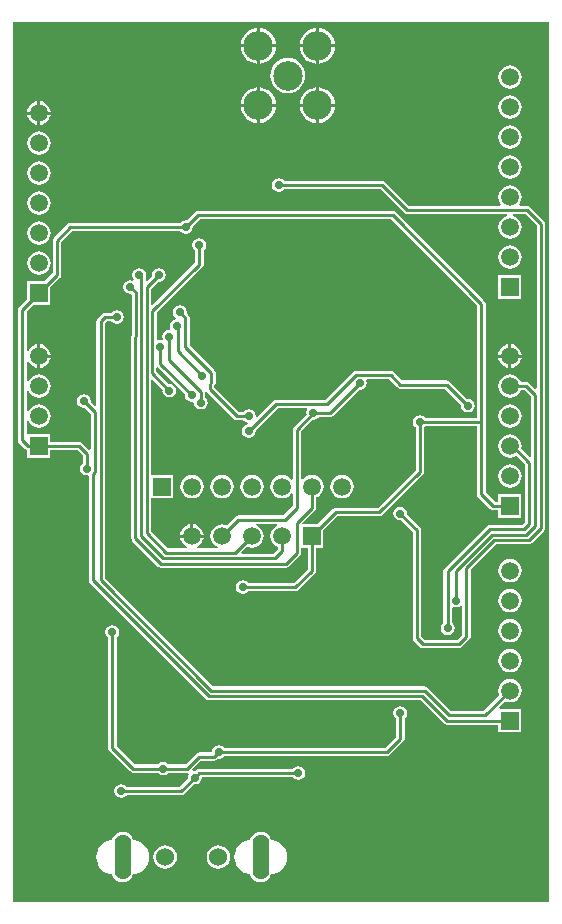
<source format=gbl>
G04*
G04 #@! TF.GenerationSoftware,Altium Limited,Altium Designer,18.0.9 (584)*
G04*
G04 Layer_Physical_Order=2*
G04 Layer_Color=16711680*
%FSLAX25Y25*%
%MOIN*%
G70*
G01*
G75*
%ADD58C,0.00945*%
%ADD60C,0.09843*%
%ADD61C,0.05906*%
%ADD62R,0.05906X0.05906*%
%ADD63C,0.06000*%
%ADD64O,0.05512X0.14961*%
%ADD65R,0.05906X0.05906*%
%ADD66C,0.02756*%
G36*
X280493Y102007D02*
X102007D01*
Y395493D01*
X280493D01*
Y102007D01*
D02*
G37*
%LPC*%
G36*
X184158Y393243D02*
Y387842D01*
X189558D01*
X189493Y388503D01*
X189155Y389619D01*
X188605Y390648D01*
X187865Y391550D01*
X186963Y392290D01*
X185934Y392840D01*
X184818Y393178D01*
X184158Y393243D01*
D02*
G37*
G36*
X203842D02*
Y387842D01*
X209243D01*
X209178Y388503D01*
X208840Y389619D01*
X208290Y390648D01*
X207550Y391550D01*
X206648Y392290D01*
X205620Y392840D01*
X204503Y393178D01*
X203842Y393243D01*
D02*
G37*
G36*
X183158D02*
X182497Y393178D01*
X181380Y392840D01*
X180352Y392290D01*
X179450Y391550D01*
X178710Y390648D01*
X178161Y389619D01*
X177822Y388503D01*
X177757Y387842D01*
X183158D01*
Y393243D01*
D02*
G37*
G36*
X202842D02*
X202182Y393178D01*
X201066Y392840D01*
X200037Y392290D01*
X199135Y391550D01*
X198395Y390648D01*
X197845Y389619D01*
X197507Y388503D01*
X197442Y387842D01*
X202842D01*
Y393243D01*
D02*
G37*
G36*
X209243Y386842D02*
X203842D01*
Y381442D01*
X204503Y381507D01*
X205620Y381845D01*
X206648Y382395D01*
X207550Y383135D01*
X208290Y384037D01*
X208840Y385066D01*
X209178Y386182D01*
X209243Y386842D01*
D02*
G37*
G36*
X189558D02*
X184158D01*
Y381442D01*
X184818Y381507D01*
X185934Y381845D01*
X186963Y382395D01*
X187865Y383135D01*
X188605Y384037D01*
X189155Y385066D01*
X189493Y386182D01*
X189558Y386842D01*
D02*
G37*
G36*
X202842D02*
X197442D01*
X197507Y386182D01*
X197845Y385066D01*
X198395Y384037D01*
X199135Y383135D01*
X200037Y382395D01*
X201066Y381845D01*
X202182Y381507D01*
X202842Y381442D01*
Y386842D01*
D02*
G37*
G36*
X183158D02*
X177757D01*
X177822Y386182D01*
X178161Y385066D01*
X178710Y384037D01*
X179450Y383135D01*
X180352Y382395D01*
X181380Y381845D01*
X182497Y381507D01*
X183158Y381442D01*
Y386842D01*
D02*
G37*
G36*
X267500Y380892D02*
X266493Y380759D01*
X265554Y380370D01*
X264748Y379752D01*
X264130Y378946D01*
X263741Y378007D01*
X263608Y377000D01*
X263741Y375993D01*
X264130Y375054D01*
X264748Y374248D01*
X265554Y373630D01*
X266493Y373241D01*
X267500Y373108D01*
X268507Y373241D01*
X269446Y373630D01*
X270252Y374248D01*
X270870Y375054D01*
X271259Y375993D01*
X271392Y377000D01*
X271259Y378007D01*
X270870Y378946D01*
X270252Y379752D01*
X269446Y380370D01*
X268507Y380759D01*
X267500Y380892D01*
D02*
G37*
G36*
X193500Y383355D02*
X192358Y383243D01*
X191259Y382909D01*
X190247Y382368D01*
X189360Y381640D01*
X188632Y380753D01*
X188091Y379741D01*
X187758Y378642D01*
X187645Y377500D01*
X187758Y376358D01*
X188091Y375259D01*
X188632Y374247D01*
X189360Y373360D01*
X190247Y372632D01*
X191259Y372091D01*
X192358Y371758D01*
X193500Y371645D01*
X194642Y371758D01*
X195741Y372091D01*
X196753Y372632D01*
X197640Y373360D01*
X198368Y374247D01*
X198909Y375259D01*
X199242Y376358D01*
X199355Y377500D01*
X199242Y378642D01*
X198909Y379741D01*
X198368Y380753D01*
X197640Y381640D01*
X196753Y382368D01*
X195741Y382909D01*
X194642Y383243D01*
X193500Y383355D01*
D02*
G37*
G36*
X184158Y373558D02*
Y368158D01*
X189558D01*
X189493Y368818D01*
X189155Y369934D01*
X188605Y370963D01*
X187865Y371865D01*
X186963Y372605D01*
X185934Y373154D01*
X184818Y373493D01*
X184158Y373558D01*
D02*
G37*
G36*
X203842D02*
Y368158D01*
X209243D01*
X209178Y368818D01*
X208840Y369934D01*
X208290Y370963D01*
X207550Y371865D01*
X206648Y372605D01*
X205620Y373154D01*
X204503Y373493D01*
X203842Y373558D01*
D02*
G37*
G36*
X183158D02*
X182497Y373493D01*
X181380Y373154D01*
X180352Y372605D01*
X179450Y371865D01*
X178710Y370963D01*
X178161Y369934D01*
X177822Y368818D01*
X177757Y368158D01*
X183158D01*
Y373558D01*
D02*
G37*
G36*
X202842D02*
X202182Y373493D01*
X201066Y373154D01*
X200037Y372605D01*
X199135Y371865D01*
X198395Y370963D01*
X197845Y369934D01*
X197507Y368818D01*
X197442Y368158D01*
X202842D01*
Y373558D01*
D02*
G37*
G36*
X111000Y368921D02*
Y365500D01*
X114421D01*
X114351Y366032D01*
X113953Y366993D01*
X113319Y367819D01*
X112493Y368453D01*
X111532Y368851D01*
X111000Y368921D01*
D02*
G37*
G36*
X110000D02*
X109468Y368851D01*
X108507Y368453D01*
X107681Y367819D01*
X107047Y366993D01*
X106649Y366032D01*
X106579Y365500D01*
X110000D01*
Y368921D01*
D02*
G37*
G36*
X267500Y370892D02*
X266493Y370759D01*
X265554Y370370D01*
X264748Y369752D01*
X264130Y368946D01*
X263741Y368007D01*
X263608Y367000D01*
X263741Y365993D01*
X264130Y365054D01*
X264748Y364248D01*
X265554Y363630D01*
X266493Y363241D01*
X267500Y363108D01*
X268507Y363241D01*
X269446Y363630D01*
X270252Y364248D01*
X270870Y365054D01*
X271259Y365993D01*
X271392Y367000D01*
X271259Y368007D01*
X270870Y368946D01*
X270252Y369752D01*
X269446Y370370D01*
X268507Y370759D01*
X267500Y370892D01*
D02*
G37*
G36*
X209243Y367158D02*
X203842D01*
Y361757D01*
X204503Y361822D01*
X205620Y362160D01*
X206648Y362710D01*
X207550Y363450D01*
X208290Y364352D01*
X208840Y365381D01*
X209178Y366497D01*
X209243Y367158D01*
D02*
G37*
G36*
X189558D02*
X184158D01*
Y361757D01*
X184818Y361822D01*
X185934Y362160D01*
X186963Y362710D01*
X187865Y363450D01*
X188605Y364352D01*
X189155Y365381D01*
X189493Y366497D01*
X189558Y367158D01*
D02*
G37*
G36*
X202842D02*
X197442D01*
X197507Y366497D01*
X197845Y365381D01*
X198395Y364352D01*
X199135Y363450D01*
X200037Y362710D01*
X201066Y362160D01*
X202182Y361822D01*
X202842Y361757D01*
Y367158D01*
D02*
G37*
G36*
X183158D02*
X177757D01*
X177822Y366497D01*
X178161Y365381D01*
X178710Y364352D01*
X179450Y363450D01*
X180352Y362710D01*
X181380Y362160D01*
X182497Y361822D01*
X183158Y361757D01*
Y367158D01*
D02*
G37*
G36*
X114421Y364500D02*
X111000D01*
Y361079D01*
X111532Y361149D01*
X112493Y361547D01*
X113319Y362181D01*
X113953Y363007D01*
X114351Y363968D01*
X114421Y364500D01*
D02*
G37*
G36*
X110000D02*
X106579D01*
X106649Y363968D01*
X107047Y363007D01*
X107681Y362181D01*
X108507Y361547D01*
X109468Y361149D01*
X110000Y361079D01*
Y364500D01*
D02*
G37*
G36*
X267500Y360892D02*
X266493Y360759D01*
X265554Y360370D01*
X264748Y359752D01*
X264130Y358946D01*
X263741Y358007D01*
X263608Y357000D01*
X263741Y355993D01*
X264130Y355054D01*
X264748Y354248D01*
X265554Y353630D01*
X266493Y353241D01*
X267500Y353108D01*
X268507Y353241D01*
X269446Y353630D01*
X270252Y354248D01*
X270870Y355054D01*
X271259Y355993D01*
X271392Y357000D01*
X271259Y358007D01*
X270870Y358946D01*
X270252Y359752D01*
X269446Y360370D01*
X268507Y360759D01*
X267500Y360892D01*
D02*
G37*
G36*
X110500Y358892D02*
X109493Y358759D01*
X108554Y358370D01*
X107748Y357752D01*
X107130Y356946D01*
X106741Y356007D01*
X106608Y355000D01*
X106741Y353993D01*
X107130Y353054D01*
X107748Y352248D01*
X108554Y351630D01*
X109493Y351241D01*
X110500Y351108D01*
X111507Y351241D01*
X112446Y351630D01*
X113252Y352248D01*
X113870Y353054D01*
X114259Y353993D01*
X114392Y355000D01*
X114259Y356007D01*
X113870Y356946D01*
X113252Y357752D01*
X112446Y358370D01*
X111507Y358759D01*
X110500Y358892D01*
D02*
G37*
G36*
X267500Y350892D02*
X266493Y350759D01*
X265554Y350370D01*
X264748Y349752D01*
X264130Y348946D01*
X263741Y348007D01*
X263608Y347000D01*
X263741Y345993D01*
X264130Y345054D01*
X264748Y344248D01*
X265554Y343630D01*
X266493Y343241D01*
X267500Y343108D01*
X268507Y343241D01*
X269446Y343630D01*
X270252Y344248D01*
X270870Y345054D01*
X271259Y345993D01*
X271392Y347000D01*
X271259Y348007D01*
X270870Y348946D01*
X270252Y349752D01*
X269446Y350370D01*
X268507Y350759D01*
X267500Y350892D01*
D02*
G37*
G36*
X110500Y348892D02*
X109493Y348759D01*
X108554Y348370D01*
X107748Y347752D01*
X107130Y346946D01*
X106741Y346007D01*
X106608Y345000D01*
X106741Y343993D01*
X107130Y343054D01*
X107748Y342248D01*
X108554Y341630D01*
X109493Y341241D01*
X110500Y341108D01*
X111507Y341241D01*
X112446Y341630D01*
X113252Y342248D01*
X113870Y343054D01*
X114259Y343993D01*
X114392Y345000D01*
X114259Y346007D01*
X113870Y346946D01*
X113252Y347752D01*
X112446Y348370D01*
X111507Y348759D01*
X110500Y348892D01*
D02*
G37*
G36*
Y338892D02*
X109493Y338759D01*
X108554Y338370D01*
X107748Y337752D01*
X107130Y336946D01*
X106741Y336007D01*
X106608Y335000D01*
X106741Y333993D01*
X107130Y333054D01*
X107748Y332248D01*
X108554Y331630D01*
X109493Y331241D01*
X110500Y331108D01*
X111507Y331241D01*
X112446Y331630D01*
X113252Y332248D01*
X113870Y333054D01*
X114259Y333993D01*
X114392Y335000D01*
X114259Y336007D01*
X113870Y336946D01*
X113252Y337752D01*
X112446Y338370D01*
X111507Y338759D01*
X110500Y338892D01*
D02*
G37*
G36*
Y328892D02*
X109493Y328759D01*
X108554Y328370D01*
X107748Y327752D01*
X107130Y326946D01*
X106741Y326007D01*
X106608Y325000D01*
X106741Y323993D01*
X107130Y323054D01*
X107748Y322248D01*
X108554Y321630D01*
X109493Y321241D01*
X110500Y321108D01*
X111507Y321241D01*
X112446Y321630D01*
X113252Y322248D01*
X113870Y323054D01*
X114259Y323993D01*
X114392Y325000D01*
X114259Y326007D01*
X113870Y326946D01*
X113252Y327752D01*
X112446Y328370D01*
X111507Y328759D01*
X110500Y328892D01*
D02*
G37*
G36*
X267500Y320892D02*
X266493Y320759D01*
X265554Y320370D01*
X264748Y319752D01*
X264130Y318946D01*
X263741Y318007D01*
X263608Y317000D01*
X263741Y315993D01*
X264130Y315054D01*
X264748Y314248D01*
X265554Y313630D01*
X266493Y313241D01*
X267500Y313108D01*
X268507Y313241D01*
X269446Y313630D01*
X270252Y314248D01*
X270870Y315054D01*
X271259Y315993D01*
X271392Y317000D01*
X271259Y318007D01*
X270870Y318946D01*
X270252Y319752D01*
X269446Y320370D01*
X268507Y320759D01*
X267500Y320892D01*
D02*
G37*
G36*
X110500Y318892D02*
X109493Y318759D01*
X108554Y318370D01*
X107748Y317752D01*
X107130Y316946D01*
X106741Y316007D01*
X106608Y315000D01*
X106741Y313993D01*
X107130Y313054D01*
X107748Y312248D01*
X108554Y311630D01*
X109493Y311241D01*
X110500Y311108D01*
X111507Y311241D01*
X112446Y311630D01*
X113252Y312248D01*
X113870Y313054D01*
X114259Y313993D01*
X114392Y315000D01*
X114259Y316007D01*
X113870Y316946D01*
X113252Y317752D01*
X112446Y318370D01*
X111507Y318759D01*
X110500Y318892D01*
D02*
G37*
G36*
X271358Y310858D02*
X263642D01*
Y303142D01*
X271358D01*
Y310858D01*
D02*
G37*
G36*
X268000Y287921D02*
Y284500D01*
X271421D01*
X271351Y285032D01*
X270953Y285993D01*
X270319Y286819D01*
X269493Y287453D01*
X268532Y287851D01*
X268000Y287921D01*
D02*
G37*
G36*
X111000D02*
Y284500D01*
X114421D01*
X114351Y285032D01*
X113953Y285993D01*
X113319Y286819D01*
X112493Y287453D01*
X111532Y287851D01*
X111000Y287921D01*
D02*
G37*
G36*
X267000D02*
X266468Y287851D01*
X265507Y287453D01*
X264681Y286819D01*
X264047Y285993D01*
X263649Y285032D01*
X263579Y284500D01*
X267000D01*
Y287921D01*
D02*
G37*
G36*
X271421Y283500D02*
X268000D01*
Y280079D01*
X268532Y280149D01*
X269493Y280547D01*
X270319Y281181D01*
X270953Y282007D01*
X271351Y282968D01*
X271421Y283500D01*
D02*
G37*
G36*
X114421D02*
X111000D01*
Y280079D01*
X111532Y280149D01*
X112493Y280547D01*
X113319Y281181D01*
X113953Y282007D01*
X114351Y282968D01*
X114421Y283500D01*
D02*
G37*
G36*
X267000D02*
X263579D01*
X263649Y282968D01*
X264047Y282007D01*
X264681Y281181D01*
X265507Y280547D01*
X266468Y280149D01*
X267000Y280079D01*
Y283500D01*
D02*
G37*
G36*
X190500Y343328D02*
X189609Y343151D01*
X188854Y342646D01*
X188349Y341891D01*
X188172Y341000D01*
X188349Y340109D01*
X188854Y339354D01*
X189609Y338849D01*
X190500Y338672D01*
X191391Y338849D01*
X192146Y339354D01*
X192307Y339595D01*
X224418D01*
X232337Y331676D01*
X232793Y331371D01*
X233331Y331264D01*
X266501D01*
X266534Y330764D01*
X266493Y330759D01*
X265554Y330370D01*
X264748Y329752D01*
X264130Y328946D01*
X263741Y328007D01*
X263608Y327000D01*
X263741Y325993D01*
X264130Y325054D01*
X264748Y324248D01*
X265554Y323630D01*
X266493Y323241D01*
X267500Y323108D01*
X268507Y323241D01*
X269446Y323630D01*
X270252Y324248D01*
X270870Y325054D01*
X271259Y325993D01*
X271392Y327000D01*
X271259Y328007D01*
X270870Y328946D01*
X270252Y329752D01*
X269446Y330370D01*
X268507Y330759D01*
X268466Y330764D01*
X268499Y331264D01*
X272749D01*
X276445Y327568D01*
Y273195D01*
X275984Y273003D01*
X273993Y274993D01*
X273538Y275298D01*
X273000Y275405D01*
X271094D01*
X270870Y275946D01*
X270252Y276752D01*
X269446Y277370D01*
X268507Y277759D01*
X267500Y277892D01*
X266493Y277759D01*
X265554Y277370D01*
X264748Y276752D01*
X264130Y275946D01*
X263741Y275007D01*
X263608Y274000D01*
X263741Y272993D01*
X264130Y272054D01*
X264748Y271248D01*
X265554Y270630D01*
X266493Y270241D01*
X267500Y270108D01*
X268507Y270241D01*
X269446Y270630D01*
X270252Y271248D01*
X270870Y272054D01*
X271094Y272595D01*
X272418D01*
X274595Y270418D01*
Y250545D01*
X274133Y250354D01*
X271286Y253201D01*
X271392Y254000D01*
X271259Y255007D01*
X270870Y255946D01*
X270252Y256752D01*
X269446Y257370D01*
X268507Y257759D01*
X267500Y257892D01*
X266493Y257759D01*
X265554Y257370D01*
X264748Y256752D01*
X264130Y255946D01*
X263741Y255007D01*
X263608Y254000D01*
X263741Y252993D01*
X264130Y252054D01*
X264748Y251248D01*
X265554Y250630D01*
X266493Y250241D01*
X267500Y250108D01*
X268507Y250241D01*
X269446Y250630D01*
X269693Y250820D01*
X272595Y247918D01*
Y228699D01*
X271652Y227755D01*
X260734D01*
X260196Y227648D01*
X259740Y227344D01*
X245751Y213354D01*
X245446Y212899D01*
X245339Y212361D01*
Y195052D01*
X245098Y194890D01*
X244593Y194135D01*
X244416Y193244D01*
X244593Y192353D01*
X245098Y191598D01*
X245853Y191093D01*
X246744Y190916D01*
X247635Y191093D01*
X248390Y191598D01*
X248895Y192353D01*
X249072Y193244D01*
X248895Y194135D01*
X248390Y194890D01*
X248149Y195052D01*
Y200126D01*
X248530Y200330D01*
X248649Y200341D01*
X249500Y200172D01*
X250391Y200349D01*
X251095Y200819D01*
X251595Y200694D01*
Y191082D01*
X249918Y189405D01*
X239082D01*
X237905Y190582D01*
Y226000D01*
X237798Y226538D01*
X237493Y226993D01*
X233272Y231215D01*
X233328Y231500D01*
X233151Y232391D01*
X232646Y233146D01*
X231891Y233651D01*
X231000Y233828D01*
X230109Y233651D01*
X229354Y233146D01*
X228849Y232391D01*
X228672Y231500D01*
X228849Y230609D01*
X229354Y229854D01*
X230109Y229349D01*
X231000Y229172D01*
X231285Y229228D01*
X235095Y225418D01*
Y190000D01*
X235202Y189462D01*
X235507Y189006D01*
X237507Y187006D01*
X237962Y186702D01*
X238500Y186595D01*
X250500D01*
X251038Y186702D01*
X251493Y187006D01*
X253993Y189506D01*
X254298Y189962D01*
X254405Y190500D01*
Y212801D01*
X262848Y221245D01*
X273766D01*
X274304Y221352D01*
X274760Y221656D01*
X278844Y225740D01*
X279148Y226196D01*
X279255Y226734D01*
Y328150D01*
X279148Y328687D01*
X278844Y329143D01*
X274324Y333663D01*
X273868Y333967D01*
X273331Y334074D01*
X270748D01*
X270502Y334574D01*
X270870Y335054D01*
X271259Y335993D01*
X271392Y337000D01*
X271259Y338007D01*
X270870Y338946D01*
X270252Y339752D01*
X269446Y340370D01*
X268507Y340759D01*
X267500Y340892D01*
X266493Y340759D01*
X265554Y340370D01*
X264748Y339752D01*
X264130Y338946D01*
X263741Y338007D01*
X263608Y337000D01*
X263741Y335993D01*
X264130Y335054D01*
X264498Y334574D01*
X264251Y334074D01*
X233913D01*
X225993Y341993D01*
X225538Y342298D01*
X225000Y342405D01*
X192307D01*
X192146Y342646D01*
X191391Y343151D01*
X190500Y343328D01*
D02*
G37*
G36*
X228500Y332405D02*
X163500D01*
X162962Y332298D01*
X162506Y331993D01*
X159785Y329272D01*
X159500Y329328D01*
X158609Y329151D01*
X157854Y328646D01*
X157693Y328405D01*
X121000D01*
X120462Y328298D01*
X120007Y327993D01*
X115506Y323493D01*
X115202Y323038D01*
X115095Y322500D01*
Y311582D01*
X112371Y308858D01*
X106642D01*
Y303129D01*
X104007Y300493D01*
X103702Y300038D01*
X103595Y299500D01*
Y256000D01*
X103702Y255462D01*
X104007Y255007D01*
X106007Y253007D01*
X106462Y252702D01*
X106642Y252666D01*
Y250142D01*
X114358D01*
Y252595D01*
X123418D01*
X125095Y250918D01*
Y248307D01*
X124854Y248146D01*
X124349Y247391D01*
X124172Y246500D01*
X124349Y245609D01*
X124854Y244854D01*
X125609Y244349D01*
X126500Y244172D01*
X126858Y244243D01*
X127245Y243926D01*
Y209234D01*
X127352Y208696D01*
X127656Y208240D01*
X166240Y169656D01*
X166696Y169352D01*
X167234Y169245D01*
X237768D01*
X245507Y161506D01*
X245962Y161202D01*
X246500Y161095D01*
X263642D01*
Y158642D01*
X271358D01*
Y166358D01*
X264052D01*
X263845Y166858D01*
X265952Y168965D01*
X266493Y168741D01*
X267500Y168608D01*
X268507Y168741D01*
X269446Y169130D01*
X270252Y169748D01*
X270870Y170554D01*
X271259Y171493D01*
X271392Y172500D01*
X271259Y173507D01*
X270870Y174446D01*
X270252Y175252D01*
X269446Y175870D01*
X268507Y176259D01*
X267500Y176392D01*
X266493Y176259D01*
X265554Y175870D01*
X264748Y175252D01*
X264130Y174446D01*
X263741Y173507D01*
X263608Y172500D01*
X263741Y171493D01*
X263965Y170952D01*
X258768Y165755D01*
X247848D01*
X240110Y173494D01*
X239654Y173798D01*
X239117Y173905D01*
X168582D01*
X132511Y209976D01*
Y295024D01*
X133082Y295595D01*
X134693D01*
X134854Y295354D01*
X135609Y294849D01*
X136500Y294672D01*
X137391Y294849D01*
X138146Y295354D01*
X138651Y296109D01*
X138828Y297000D01*
X138651Y297891D01*
X138146Y298646D01*
X137391Y299151D01*
X136500Y299328D01*
X135609Y299151D01*
X134854Y298646D01*
X134693Y298405D01*
X132500D01*
X131962Y298298D01*
X131507Y297993D01*
X130113Y296600D01*
X129808Y296144D01*
X129701Y295606D01*
Y267439D01*
X129239Y267248D01*
X127772Y268715D01*
X127828Y269000D01*
X127651Y269891D01*
X127146Y270646D01*
X126391Y271151D01*
X125500Y271328D01*
X124609Y271151D01*
X123854Y270646D01*
X123349Y269891D01*
X123172Y269000D01*
X123349Y268109D01*
X123854Y267354D01*
X124609Y266849D01*
X125500Y266672D01*
X125785Y266728D01*
X127851Y264662D01*
Y252837D01*
X127351Y252636D01*
X124994Y254993D01*
X124538Y255298D01*
X124000Y255405D01*
X114358D01*
Y257858D01*
X106642D01*
X106405Y258260D01*
Y262498D01*
X106905Y262597D01*
X107130Y262054D01*
X107748Y261248D01*
X108554Y260630D01*
X109493Y260241D01*
X110500Y260108D01*
X111507Y260241D01*
X112446Y260630D01*
X113252Y261248D01*
X113870Y262054D01*
X114259Y262993D01*
X114392Y264000D01*
X114259Y265007D01*
X113870Y265946D01*
X113252Y266752D01*
X112446Y267370D01*
X111507Y267759D01*
X110500Y267892D01*
X109493Y267759D01*
X108554Y267370D01*
X107748Y266752D01*
X107130Y265946D01*
X106905Y265403D01*
X106405Y265502D01*
Y272498D01*
X106905Y272597D01*
X107130Y272054D01*
X107748Y271248D01*
X108554Y270630D01*
X109493Y270241D01*
X110500Y270108D01*
X111507Y270241D01*
X112446Y270630D01*
X113252Y271248D01*
X113870Y272054D01*
X114259Y272993D01*
X114392Y274000D01*
X114259Y275007D01*
X113870Y275946D01*
X113252Y276752D01*
X112446Y277370D01*
X111507Y277759D01*
X110500Y277892D01*
X109493Y277759D01*
X108554Y277370D01*
X107748Y276752D01*
X107130Y275946D01*
X106905Y275403D01*
X106405Y275502D01*
Y282251D01*
X106905Y282350D01*
X107047Y282007D01*
X107681Y281181D01*
X108507Y280547D01*
X109468Y280149D01*
X110000Y280079D01*
Y284000D01*
Y287921D01*
X109468Y287851D01*
X108507Y287453D01*
X107681Y286819D01*
X107047Y285993D01*
X106905Y285650D01*
X106405Y285749D01*
Y298918D01*
X108629Y301142D01*
X114358D01*
Y306871D01*
X117493Y310007D01*
X117798Y310462D01*
X117905Y311000D01*
Y321918D01*
X121582Y325595D01*
X157693D01*
X157854Y325354D01*
X158609Y324849D01*
X159500Y324672D01*
X160391Y324849D01*
X161146Y325354D01*
X161651Y326109D01*
X161828Y327000D01*
X161772Y327285D01*
X164082Y329595D01*
X227918D01*
X256595Y300918D01*
Y263405D01*
X239307D01*
X239146Y263646D01*
X238391Y264151D01*
X237500Y264328D01*
X236609Y264151D01*
X235854Y263646D01*
X235349Y262891D01*
X235172Y262000D01*
X235349Y261109D01*
X235854Y260354D01*
X236095Y260192D01*
Y246082D01*
X223418Y233405D01*
X209500D01*
X208962Y233298D01*
X208507Y232993D01*
X203371Y227858D01*
X198552D01*
X198345Y228358D01*
X202494Y232507D01*
X202798Y232962D01*
X202905Y233500D01*
Y236906D01*
X203446Y237130D01*
X204252Y237748D01*
X204870Y238554D01*
X205259Y239493D01*
X205392Y240500D01*
X205259Y241507D01*
X204870Y242446D01*
X204252Y243252D01*
X203446Y243870D01*
X202507Y244259D01*
X201500Y244392D01*
X200493Y244259D01*
X199554Y243870D01*
X198748Y243252D01*
X198405Y242804D01*
X197905Y242974D01*
Y258918D01*
X201715Y262728D01*
X202000Y262672D01*
X202891Y262849D01*
X203646Y263354D01*
X203808Y263595D01*
X207500D01*
X208038Y263702D01*
X208493Y264007D01*
X217215Y272728D01*
X217500Y272672D01*
X218391Y272849D01*
X219146Y273354D01*
X219651Y274109D01*
X219828Y275000D01*
X219659Y275851D01*
X219670Y275970D01*
X219874Y276351D01*
X227162D01*
X230007Y273507D01*
X230462Y273202D01*
X231000Y273095D01*
X245918D01*
X251228Y267785D01*
X251172Y267500D01*
X251349Y266609D01*
X251854Y265854D01*
X252609Y265349D01*
X253500Y265172D01*
X254391Y265349D01*
X255146Y265854D01*
X255651Y266609D01*
X255828Y267500D01*
X255651Y268391D01*
X255146Y269146D01*
X254391Y269651D01*
X253500Y269828D01*
X253215Y269772D01*
X247493Y275493D01*
X247038Y275798D01*
X246500Y275905D01*
X231582D01*
X228737Y278749D01*
X228282Y279054D01*
X227744Y279161D01*
X216358D01*
X215821Y279054D01*
X215365Y278749D01*
X206021Y269405D01*
X189500D01*
X188962Y269298D01*
X188506Y268993D01*
X183267Y263754D01*
X183020Y263886D01*
X182825Y264019D01*
X182651Y264891D01*
X182146Y265646D01*
X181391Y266151D01*
X180500Y266328D01*
X179609Y266151D01*
X178854Y265646D01*
X178692Y265405D01*
X177082D01*
X168863Y273624D01*
Y273993D01*
X168993Y274123D01*
X169298Y274579D01*
X169405Y275117D01*
Y278500D01*
X169298Y279038D01*
X168993Y279493D01*
X160755Y287732D01*
Y296807D01*
X160648Y297345D01*
X160344Y297800D01*
X159772Y298373D01*
X159828Y298657D01*
X159651Y299548D01*
X159146Y300304D01*
X158391Y300808D01*
X157500Y300986D01*
X156609Y300808D01*
X155854Y300304D01*
X155349Y299548D01*
X155172Y298657D01*
X155349Y297766D01*
X155854Y297011D01*
X156202Y296779D01*
X156096Y296248D01*
X155609Y296151D01*
X154854Y295646D01*
X154349Y294891D01*
X154172Y294000D01*
X154316Y293275D01*
X154043Y292889D01*
X153943Y292817D01*
X153109Y292651D01*
X152354Y292146D01*
X151849Y291391D01*
X151672Y290500D01*
X151837Y289672D01*
X151688Y289433D01*
X151502Y289228D01*
X151000Y289328D01*
X150255Y289180D01*
X149755Y289470D01*
Y298268D01*
X164994Y313507D01*
X165298Y313962D01*
X165405Y314500D01*
Y319193D01*
X165646Y319354D01*
X166151Y320109D01*
X166328Y321000D01*
X166151Y321891D01*
X165646Y322646D01*
X164891Y323151D01*
X164000Y323328D01*
X163109Y323151D01*
X162354Y322646D01*
X161849Y321891D01*
X161672Y321000D01*
X161849Y320109D01*
X162354Y319354D01*
X162595Y319193D01*
Y315082D01*
X148367Y300854D01*
X147905Y301045D01*
Y306418D01*
X150215Y308728D01*
X150500Y308672D01*
X151391Y308849D01*
X152146Y309354D01*
X152651Y310109D01*
X152828Y311000D01*
X152651Y311891D01*
X152146Y312646D01*
X151391Y313151D01*
X150500Y313328D01*
X149609Y313151D01*
X148854Y312646D01*
X148349Y311891D01*
X148172Y311000D01*
X148228Y310715D01*
X146517Y309003D01*
X146055Y309195D01*
Y309965D01*
X146151Y310109D01*
X146328Y311000D01*
X146151Y311891D01*
X145646Y312646D01*
X144891Y313151D01*
X144000Y313328D01*
X143109Y313151D01*
X142354Y312646D01*
X141849Y311891D01*
X141672Y311000D01*
X141849Y310109D01*
X142246Y309515D01*
X141900Y309160D01*
X141887Y309152D01*
X141000Y309328D01*
X140109Y309151D01*
X139354Y308646D01*
X138849Y307891D01*
X138672Y307000D01*
X138849Y306109D01*
X139354Y305354D01*
X140109Y304849D01*
X141000Y304672D01*
X141394Y304246D01*
Y290975D01*
X141288Y290441D01*
Y223190D01*
X141395Y222653D01*
X141700Y222197D01*
X150091Y213806D01*
X150546Y213501D01*
X151084Y213394D01*
X192799D01*
X193337Y213501D01*
X193793Y213806D01*
X197493Y217507D01*
X197798Y217962D01*
X197905Y218500D01*
Y220142D01*
X200095D01*
Y213082D01*
X195418Y208405D01*
X180308D01*
X180146Y208646D01*
X179391Y209151D01*
X178500Y209328D01*
X177609Y209151D01*
X176854Y208646D01*
X176349Y207891D01*
X176172Y207000D01*
X176349Y206109D01*
X176854Y205354D01*
X177609Y204849D01*
X178500Y204672D01*
X179391Y204849D01*
X180146Y205354D01*
X180308Y205595D01*
X196000D01*
X196538Y205702D01*
X196994Y206007D01*
X202494Y211507D01*
X202798Y211962D01*
X202905Y212500D01*
Y220142D01*
X205358D01*
Y225871D01*
X210082Y230595D01*
X224000D01*
X224538Y230702D01*
X224993Y231007D01*
X238493Y244507D01*
X238798Y244962D01*
X238905Y245500D01*
Y260192D01*
X239146Y260354D01*
X239307Y260595D01*
X256595D01*
Y238000D01*
X256702Y237462D01*
X257007Y237007D01*
X261007Y233007D01*
X261462Y232702D01*
X262000Y232595D01*
X263642D01*
Y230142D01*
X271358D01*
Y237858D01*
X263642D01*
Y235405D01*
X262582D01*
X259405Y238582D01*
Y262000D01*
Y301500D01*
X259298Y302038D01*
X258993Y302493D01*
X229493Y331993D01*
X229038Y332298D01*
X228500Y332405D01*
D02*
G37*
G36*
X267500Y267892D02*
X266493Y267759D01*
X265554Y267370D01*
X264748Y266752D01*
X264130Y265946D01*
X263741Y265007D01*
X263608Y264000D01*
X263741Y262993D01*
X264130Y262054D01*
X264748Y261248D01*
X265554Y260630D01*
X266493Y260241D01*
X267500Y260108D01*
X268507Y260241D01*
X269446Y260630D01*
X270252Y261248D01*
X270870Y262054D01*
X271259Y262993D01*
X271392Y264000D01*
X271259Y265007D01*
X270870Y265946D01*
X270252Y266752D01*
X269446Y267370D01*
X268507Y267759D01*
X267500Y267892D01*
D02*
G37*
G36*
Y247892D02*
X266493Y247759D01*
X265554Y247370D01*
X264748Y246752D01*
X264130Y245946D01*
X263741Y245007D01*
X263608Y244000D01*
X263741Y242993D01*
X264130Y242054D01*
X264748Y241248D01*
X265554Y240630D01*
X266493Y240241D01*
X267500Y240108D01*
X268507Y240241D01*
X269446Y240630D01*
X270252Y241248D01*
X270870Y242054D01*
X271259Y242993D01*
X271392Y244000D01*
X271259Y245007D01*
X270870Y245946D01*
X270252Y246752D01*
X269446Y247370D01*
X268507Y247759D01*
X267500Y247892D01*
D02*
G37*
G36*
X211500Y244392D02*
X210493Y244259D01*
X209554Y243870D01*
X208748Y243252D01*
X208130Y242446D01*
X207741Y241507D01*
X207608Y240500D01*
X207741Y239493D01*
X208130Y238554D01*
X208748Y237748D01*
X209554Y237130D01*
X210493Y236741D01*
X211500Y236608D01*
X212507Y236741D01*
X213446Y237130D01*
X214252Y237748D01*
X214870Y238554D01*
X215259Y239493D01*
X215392Y240500D01*
X215259Y241507D01*
X214870Y242446D01*
X214252Y243252D01*
X213446Y243870D01*
X212507Y244259D01*
X211500Y244392D01*
D02*
G37*
G36*
X267500Y216392D02*
X266493Y216259D01*
X265554Y215870D01*
X264748Y215252D01*
X264130Y214446D01*
X263741Y213507D01*
X263608Y212500D01*
X263741Y211493D01*
X264130Y210554D01*
X264748Y209748D01*
X265554Y209130D01*
X266493Y208741D01*
X267500Y208608D01*
X268507Y208741D01*
X269446Y209130D01*
X270252Y209748D01*
X270870Y210554D01*
X271259Y211493D01*
X271392Y212500D01*
X271259Y213507D01*
X270870Y214446D01*
X270252Y215252D01*
X269446Y215870D01*
X268507Y216259D01*
X267500Y216392D01*
D02*
G37*
G36*
Y206392D02*
X266493Y206259D01*
X265554Y205870D01*
X264748Y205252D01*
X264130Y204446D01*
X263741Y203507D01*
X263608Y202500D01*
X263741Y201493D01*
X264130Y200554D01*
X264748Y199748D01*
X265554Y199130D01*
X266493Y198741D01*
X267500Y198608D01*
X268507Y198741D01*
X269446Y199130D01*
X270252Y199748D01*
X270870Y200554D01*
X271259Y201493D01*
X271392Y202500D01*
X271259Y203507D01*
X270870Y204446D01*
X270252Y205252D01*
X269446Y205870D01*
X268507Y206259D01*
X267500Y206392D01*
D02*
G37*
G36*
Y196392D02*
X266493Y196259D01*
X265554Y195870D01*
X264748Y195252D01*
X264130Y194446D01*
X263741Y193507D01*
X263608Y192500D01*
X263741Y191493D01*
X264130Y190554D01*
X264748Y189748D01*
X265554Y189130D01*
X266493Y188741D01*
X267500Y188608D01*
X268507Y188741D01*
X269446Y189130D01*
X270252Y189748D01*
X270870Y190554D01*
X271259Y191493D01*
X271392Y192500D01*
X271259Y193507D01*
X270870Y194446D01*
X270252Y195252D01*
X269446Y195870D01*
X268507Y196259D01*
X267500Y196392D01*
D02*
G37*
G36*
Y186392D02*
X266493Y186259D01*
X265554Y185870D01*
X264748Y185252D01*
X264130Y184446D01*
X263741Y183507D01*
X263608Y182500D01*
X263741Y181493D01*
X264130Y180554D01*
X264748Y179748D01*
X265554Y179130D01*
X266493Y178741D01*
X267500Y178608D01*
X268507Y178741D01*
X269446Y179130D01*
X270252Y179748D01*
X270870Y180554D01*
X271259Y181493D01*
X271392Y182500D01*
X271259Y183507D01*
X270870Y184446D01*
X270252Y185252D01*
X269446Y185870D01*
X268507Y186259D01*
X267500Y186392D01*
D02*
G37*
G36*
X135000Y194328D02*
X134109Y194151D01*
X133354Y193646D01*
X132849Y192891D01*
X132672Y192000D01*
X132849Y191109D01*
X133354Y190354D01*
X133595Y190192D01*
Y153500D01*
X133702Y152962D01*
X134007Y152506D01*
X141007Y145507D01*
X141462Y145202D01*
X142000Y145095D01*
X150192D01*
X150354Y144854D01*
X151109Y144349D01*
X152000Y144172D01*
X152891Y144349D01*
X153646Y144854D01*
X153807Y145095D01*
X160000D01*
X160252Y145145D01*
X160552Y144695D01*
X160349Y144391D01*
X160172Y143500D01*
X160228Y143215D01*
X157418Y140405D01*
X139807D01*
X139646Y140646D01*
X138891Y141151D01*
X138000Y141328D01*
X137109Y141151D01*
X136354Y140646D01*
X135849Y139891D01*
X135672Y139000D01*
X135849Y138109D01*
X136354Y137354D01*
X137109Y136849D01*
X138000Y136672D01*
X138891Y136849D01*
X139646Y137354D01*
X139807Y137595D01*
X158000D01*
X158538Y137702D01*
X158993Y138006D01*
X162215Y141228D01*
X162500Y141172D01*
X163391Y141349D01*
X164146Y141854D01*
X164651Y142609D01*
X164828Y143500D01*
X164906Y143595D01*
X195193D01*
X195354Y143354D01*
X196109Y142849D01*
X197000Y142672D01*
X197891Y142849D01*
X198646Y143354D01*
X199151Y144109D01*
X199328Y145000D01*
X199151Y145891D01*
X198646Y146646D01*
X197891Y147151D01*
X197000Y147328D01*
X196109Y147151D01*
X195354Y146646D01*
X195193Y146405D01*
X164000D01*
X163462Y146298D01*
X163006Y145993D01*
X162785Y145772D01*
X162500Y145828D01*
X161904Y145710D01*
X161657Y146170D01*
X164582Y149095D01*
X169000D01*
X169538Y149202D01*
X169993Y149506D01*
X170215Y149728D01*
X170500Y149672D01*
X171391Y149849D01*
X172146Y150354D01*
X172308Y150595D01*
X226500D01*
X227038Y150702D01*
X227493Y151006D01*
X231993Y155507D01*
X232298Y155962D01*
X232405Y156500D01*
Y163192D01*
X232646Y163354D01*
X233151Y164109D01*
X233328Y165000D01*
X233151Y165891D01*
X232646Y166646D01*
X231891Y167151D01*
X231000Y167328D01*
X230109Y167151D01*
X229354Y166646D01*
X228849Y165891D01*
X228672Y165000D01*
X228849Y164109D01*
X229354Y163354D01*
X229595Y163192D01*
Y157082D01*
X225918Y153405D01*
X172308D01*
X172146Y153646D01*
X171391Y154151D01*
X170500Y154328D01*
X169609Y154151D01*
X168854Y153646D01*
X168349Y152891D01*
X168172Y152000D01*
X168094Y151905D01*
X164000D01*
X163462Y151798D01*
X163006Y151494D01*
X159418Y147905D01*
X153807D01*
X153646Y148146D01*
X152891Y148651D01*
X152000Y148828D01*
X151109Y148651D01*
X150354Y148146D01*
X150192Y147905D01*
X142582D01*
X136405Y154082D01*
Y190192D01*
X136646Y190354D01*
X137151Y191109D01*
X137328Y192000D01*
X137151Y192891D01*
X136646Y193646D01*
X135891Y194151D01*
X135000Y194328D01*
D02*
G37*
G36*
X170327Y120939D02*
X169307Y120805D01*
X168357Y120412D01*
X167541Y119785D01*
X166915Y118970D01*
X166522Y118019D01*
X166388Y117000D01*
X166522Y115981D01*
X166915Y115030D01*
X167541Y114215D01*
X168357Y113589D01*
X169307Y113195D01*
X170327Y113061D01*
X171346Y113195D01*
X172296Y113589D01*
X173112Y114215D01*
X173738Y115030D01*
X174132Y115981D01*
X174266Y117000D01*
X174132Y118019D01*
X173738Y118970D01*
X173112Y119785D01*
X172296Y120412D01*
X171346Y120805D01*
X170327Y120939D01*
D02*
G37*
G36*
X152610D02*
X151591Y120805D01*
X150641Y120412D01*
X149825Y119785D01*
X149199Y118970D01*
X148805Y118019D01*
X148671Y117000D01*
X148805Y115981D01*
X149199Y115030D01*
X149825Y114215D01*
X150641Y113589D01*
X151591Y113195D01*
X152610Y113061D01*
X153630Y113195D01*
X154580Y113589D01*
X155396Y114215D01*
X156022Y115030D01*
X156415Y115981D01*
X156550Y117000D01*
X156415Y118019D01*
X156022Y118970D01*
X155396Y119785D01*
X154580Y120412D01*
X153630Y120805D01*
X152610Y120939D01*
D02*
G37*
G36*
X184500Y125417D02*
X183544Y125292D01*
X182653Y124923D01*
X181889Y124336D01*
X181302Y123571D01*
X180982Y122799D01*
X180405Y122742D01*
X179307Y122409D01*
X178294Y121868D01*
X177407Y121140D01*
X176679Y120253D01*
X176138Y119241D01*
X175805Y118142D01*
X175692Y117000D01*
X175805Y115858D01*
X176138Y114759D01*
X176679Y113747D01*
X177407Y112860D01*
X178294Y112132D01*
X179307Y111591D01*
X180405Y111258D01*
X180982Y111201D01*
X181302Y110429D01*
X181889Y109664D01*
X182653Y109077D01*
X183544Y108708D01*
X184500Y108583D01*
X185456Y108708D01*
X186346Y109077D01*
X187111Y109664D01*
X187698Y110429D01*
X188018Y111201D01*
X188595Y111258D01*
X189693Y111591D01*
X190706Y112132D01*
X191593Y112860D01*
X192321Y113747D01*
X192862Y114759D01*
X193195Y115858D01*
X193308Y117000D01*
X193195Y118142D01*
X192862Y119241D01*
X192321Y120253D01*
X191593Y121140D01*
X190706Y121868D01*
X189693Y122409D01*
X188595Y122742D01*
X188018Y122799D01*
X187698Y123571D01*
X187111Y124336D01*
X186346Y124923D01*
X185456Y125292D01*
X184500Y125417D01*
D02*
G37*
G36*
X138437D02*
X137481Y125292D01*
X136591Y124923D01*
X135826Y124336D01*
X135239Y123571D01*
X134919Y122799D01*
X134342Y122742D01*
X133244Y122409D01*
X132231Y121868D01*
X131344Y121140D01*
X130616Y120253D01*
X130075Y119241D01*
X129742Y118142D01*
X129629Y117000D01*
X129742Y115858D01*
X130075Y114759D01*
X130616Y113747D01*
X131344Y112860D01*
X132231Y112132D01*
X133244Y111591D01*
X134342Y111258D01*
X134919Y111201D01*
X135239Y110429D01*
X135826Y109664D01*
X136591Y109077D01*
X137481Y108708D01*
X138437Y108583D01*
X139393Y108708D01*
X140284Y109077D01*
X141048Y109664D01*
X141635Y110429D01*
X141955Y111201D01*
X142532Y111258D01*
X143630Y111591D01*
X144643Y112132D01*
X145530Y112860D01*
X146258Y113747D01*
X146799Y114759D01*
X147132Y115858D01*
X147245Y117000D01*
X147132Y118142D01*
X146799Y119241D01*
X146258Y120253D01*
X145530Y121140D01*
X144643Y121868D01*
X143630Y122409D01*
X142532Y122742D01*
X141955Y122799D01*
X141635Y123571D01*
X141048Y124336D01*
X140284Y124923D01*
X139393Y125292D01*
X138437Y125417D01*
D02*
G37*
%LPD*%
G36*
X159228Y271285D02*
X159172Y271000D01*
X159349Y270109D01*
X159854Y269354D01*
X160609Y268849D01*
X161500Y268672D01*
X161745Y268721D01*
X162195Y268385D01*
X162349Y267609D01*
X162854Y266854D01*
X163609Y266349D01*
X164500Y266172D01*
X165391Y266349D01*
X166146Y266854D01*
X166651Y267609D01*
X166828Y268500D01*
X166651Y269391D01*
X166146Y270146D01*
X165905Y270307D01*
Y271897D01*
X165880Y272024D01*
X166351Y272219D01*
X166465Y272048D01*
X175506Y263007D01*
X175962Y262702D01*
X176500Y262595D01*
X178692D01*
X178854Y262354D01*
X179609Y261849D01*
X180082Y261755D01*
Y261245D01*
X179609Y261151D01*
X178854Y260646D01*
X178349Y259891D01*
X178172Y259000D01*
X178349Y258109D01*
X178854Y257354D01*
X179609Y256849D01*
X180500Y256672D01*
X181391Y256849D01*
X182146Y257354D01*
X182651Y258109D01*
X182828Y259000D01*
X182772Y259285D01*
X190082Y266595D01*
X199789D01*
X200025Y266154D01*
X199849Y265891D01*
X199672Y265000D01*
X199728Y264715D01*
X195507Y260493D01*
X195202Y260038D01*
X195095Y259500D01*
Y242974D01*
X194595Y242804D01*
X194252Y243252D01*
X193446Y243870D01*
X192507Y244259D01*
X191500Y244392D01*
X190493Y244259D01*
X189554Y243870D01*
X188748Y243252D01*
X188130Y242446D01*
X187741Y241507D01*
X187608Y240500D01*
X187741Y239493D01*
X188130Y238554D01*
X188748Y237748D01*
X189554Y237130D01*
X190493Y236741D01*
X191500Y236608D01*
X192507Y236741D01*
X193446Y237130D01*
X194252Y237748D01*
X194595Y238196D01*
X195095Y238026D01*
Y234082D01*
X191918Y230905D01*
X177000D01*
X176462Y230798D01*
X176006Y230493D01*
X173048Y227535D01*
X172507Y227759D01*
X171500Y227892D01*
X170493Y227759D01*
X169554Y227370D01*
X168748Y226752D01*
X168130Y225946D01*
X167741Y225007D01*
X167608Y224000D01*
X167741Y222993D01*
X168130Y222054D01*
X168748Y221248D01*
X169554Y220630D01*
X170097Y220405D01*
X169998Y219905D01*
X163249D01*
X163150Y220405D01*
X163493Y220547D01*
X164319Y221181D01*
X164953Y222007D01*
X165351Y222968D01*
X165421Y223500D01*
X161500D01*
X157579D01*
X157649Y222968D01*
X158047Y222007D01*
X158681Y221181D01*
X159507Y220547D01*
X159850Y220405D01*
X159751Y219905D01*
X153582D01*
X147799Y225688D01*
Y236642D01*
X155358D01*
Y244358D01*
X147799D01*
Y276061D01*
X148261Y276253D01*
X151728Y272785D01*
X151672Y272500D01*
X151849Y271609D01*
X152354Y270854D01*
X153109Y270349D01*
X154000Y270172D01*
X154891Y270349D01*
X155646Y270854D01*
X156151Y271609D01*
X156328Y272500D01*
X156151Y273391D01*
X155646Y274146D01*
X154891Y274651D01*
X154000Y274828D01*
X153715Y274772D01*
X149649Y278838D01*
Y280163D01*
X150149Y280364D01*
X159228Y271285D01*
D02*
G37*
G36*
X190097Y227595D02*
X189554Y227370D01*
X188748Y226752D01*
X188130Y225946D01*
X187741Y225007D01*
X187608Y224000D01*
X187741Y222993D01*
X188130Y222054D01*
X188748Y221248D01*
X189554Y220630D01*
X190095Y220406D01*
Y219582D01*
X188568Y218055D01*
X178195D01*
X178003Y218516D01*
X179952Y220465D01*
X180493Y220241D01*
X181500Y220108D01*
X182507Y220241D01*
X183446Y220630D01*
X184252Y221248D01*
X184870Y222054D01*
X185259Y222993D01*
X185392Y224000D01*
X185259Y225007D01*
X184870Y225946D01*
X184252Y226752D01*
X183446Y227370D01*
X182903Y227595D01*
X183002Y228095D01*
X189998D01*
X190097Y227595D01*
D02*
G37*
%LPC*%
G36*
X181500Y244392D02*
X180493Y244259D01*
X179554Y243870D01*
X178748Y243252D01*
X178130Y242446D01*
X177741Y241507D01*
X177608Y240500D01*
X177741Y239493D01*
X178130Y238554D01*
X178748Y237748D01*
X179554Y237130D01*
X180493Y236741D01*
X181500Y236608D01*
X182507Y236741D01*
X183446Y237130D01*
X184252Y237748D01*
X184870Y238554D01*
X185259Y239493D01*
X185392Y240500D01*
X185259Y241507D01*
X184870Y242446D01*
X184252Y243252D01*
X183446Y243870D01*
X182507Y244259D01*
X181500Y244392D01*
D02*
G37*
G36*
X171500D02*
X170493Y244259D01*
X169554Y243870D01*
X168748Y243252D01*
X168130Y242446D01*
X167741Y241507D01*
X167608Y240500D01*
X167741Y239493D01*
X168130Y238554D01*
X168748Y237748D01*
X169554Y237130D01*
X170493Y236741D01*
X171500Y236608D01*
X172507Y236741D01*
X173446Y237130D01*
X174252Y237748D01*
X174870Y238554D01*
X175259Y239493D01*
X175392Y240500D01*
X175259Y241507D01*
X174870Y242446D01*
X174252Y243252D01*
X173446Y243870D01*
X172507Y244259D01*
X171500Y244392D01*
D02*
G37*
G36*
X161500D02*
X160493Y244259D01*
X159554Y243870D01*
X158748Y243252D01*
X158130Y242446D01*
X157741Y241507D01*
X157608Y240500D01*
X157741Y239493D01*
X158130Y238554D01*
X158748Y237748D01*
X159554Y237130D01*
X160493Y236741D01*
X161500Y236608D01*
X162507Y236741D01*
X163446Y237130D01*
X164252Y237748D01*
X164870Y238554D01*
X165259Y239493D01*
X165392Y240500D01*
X165259Y241507D01*
X164870Y242446D01*
X164252Y243252D01*
X163446Y243870D01*
X162507Y244259D01*
X161500Y244392D01*
D02*
G37*
G36*
X162000Y227921D02*
Y224500D01*
X165421D01*
X165351Y225032D01*
X164953Y225993D01*
X164319Y226819D01*
X163493Y227453D01*
X162532Y227851D01*
X162000Y227921D01*
D02*
G37*
G36*
X161000D02*
X160468Y227851D01*
X159507Y227453D01*
X158681Y226819D01*
X158047Y225993D01*
X157649Y225032D01*
X157579Y224500D01*
X161000D01*
Y227921D01*
D02*
G37*
%LPD*%
D58*
X162500Y143500D02*
X164000Y145000D01*
X197000D01*
X190500Y341000D02*
X225000D01*
X128650Y209234D02*
Y244752D01*
Y209234D02*
X167234Y170650D01*
X128650Y244752D02*
X129256Y245358D01*
X125500Y269000D02*
X129256Y265244D01*
Y245358D02*
Y265244D01*
X131106Y209394D02*
Y295606D01*
Y209394D02*
X168000Y172500D01*
X131106Y295606D02*
X132500Y297000D01*
X231000Y156500D02*
Y165000D01*
X226500Y152000D02*
X231000Y156500D01*
X170500Y152000D02*
X226500D01*
X142000Y146500D02*
X152000D01*
X135000Y153500D02*
X142000Y146500D01*
X135000Y153500D02*
Y192000D01*
X206603Y268000D02*
X216358Y277756D01*
X189500Y268000D02*
X206603D01*
X180500Y259000D02*
X189500Y268000D01*
X246500Y274500D02*
X253500Y267500D01*
X231000Y274500D02*
X246500D01*
X227744Y277756D02*
X231000Y274500D01*
X216358Y277756D02*
X227744D01*
X167458Y273042D02*
X176500Y264000D01*
X167458Y273042D02*
Y274575D01*
X168000Y275117D01*
Y278500D01*
X196500Y233500D02*
Y259500D01*
X202000Y265000D01*
X258000Y262000D02*
Y301500D01*
Y238000D02*
Y262000D01*
X237500D02*
X258000D01*
X228500Y331000D02*
X258000Y301500D01*
X237500Y245500D02*
Y262000D01*
X262266Y222650D02*
X273766D01*
X261500Y224500D02*
X273000D01*
X260734Y226350D02*
X272234D01*
X253000Y213383D02*
X262266Y222650D01*
X249500Y212500D02*
X261500Y224500D01*
X246744Y212361D02*
X260734Y226350D01*
X236500Y190000D02*
X238500Y188000D01*
X236500Y190000D02*
Y226000D01*
X238500Y188000D02*
X250500D01*
X163500Y331000D02*
X228500D01*
X225000Y341000D02*
X233331Y332669D01*
X273331D01*
X277850Y328150D01*
Y226734D02*
Y328150D01*
X250500Y188000D02*
X253000Y190500D01*
Y213383D01*
X231000Y231500D02*
X236500Y226000D01*
X249500Y202500D02*
Y212500D01*
X273766Y222650D02*
X277850Y226734D01*
X259350Y164350D02*
X267500Y172500D01*
X247266Y164350D02*
X259350D01*
X239117Y172500D02*
X247266Y164350D01*
X168000Y172500D02*
X239117D01*
X246500Y162500D02*
X267500D01*
X238350Y170650D02*
X246500Y162500D01*
X167234Y170650D02*
X238350D01*
X132500Y297000D02*
X136500D01*
X157500Y298657D02*
X159350Y296807D01*
X148350Y298850D02*
X164000Y314500D01*
X202000Y265000D02*
X207500D01*
X217500Y275000D01*
X141000Y307000D02*
X142799Y305201D01*
Y290547D02*
Y305201D01*
X142693Y290441D02*
X142799Y290547D01*
X142693Y223190D02*
Y290441D01*
Y223190D02*
X151084Y214799D01*
X144650Y289781D02*
Y310350D01*
X146500Y307000D02*
X150500Y311000D01*
X146500Y289014D02*
Y307000D01*
X144000Y311000D02*
X144650Y310350D01*
X201500Y233500D02*
Y240500D01*
X196500Y228500D02*
X201500Y233500D01*
X196500Y218500D02*
Y228500D01*
X192799Y214799D02*
X196500Y218500D01*
X151084Y214799D02*
X192799D01*
X164000Y314500D02*
Y321000D01*
X148350Y288248D02*
Y298850D01*
X159350Y287150D02*
X168000Y278500D01*
X159350Y287150D02*
Y296807D01*
X156756Y285744D02*
Y293744D01*
X156500Y294000D02*
X156756Y293744D01*
Y285744D02*
X165000Y277500D01*
X151000Y281500D02*
X161500Y271000D01*
X151000Y281500D02*
Y287000D01*
X148244Y288141D02*
X148350Y288248D01*
X148244Y278256D02*
Y288141D01*
Y278256D02*
X154000Y272500D01*
X144543Y223957D02*
Y289674D01*
X146394Y225106D02*
Y288908D01*
X144543Y289674D02*
X144650Y289781D01*
X146394Y288908D02*
X146500Y289014D01*
X144543Y223957D02*
X151850Y216650D01*
X146394Y225106D02*
X153000Y218500D01*
X153756Y290744D02*
X154000Y290500D01*
X176500Y264000D02*
X180500D01*
X153756Y282642D02*
Y290744D01*
Y282642D02*
X164500Y271897D01*
Y268500D02*
Y271897D01*
X169000Y150500D02*
X170500Y152000D01*
X164000Y150500D02*
X169000D01*
X160000Y146500D02*
X164000Y150500D01*
X152000Y146500D02*
X160000D01*
X138000Y139000D02*
X158000D01*
X162500Y143500D01*
X105000Y299500D02*
X110500Y305000D01*
X105000Y256000D02*
Y299500D01*
Y256000D02*
X107000Y254000D01*
X110500D01*
X159500Y327000D02*
X163500Y331000D01*
X110500Y305000D02*
X116500Y311000D01*
Y322500D01*
X121000Y327000D01*
X159500D01*
X224000Y232000D02*
X237500Y245500D01*
X209500Y232000D02*
X224000D01*
X201500Y224000D02*
X209500Y232000D01*
X258000Y238000D02*
X262000Y234000D01*
X267500D01*
Y254000D02*
X268500D01*
X274000Y248500D01*
Y228117D02*
Y248500D01*
X272234Y226350D02*
X274000Y228117D01*
X171500Y224000D02*
X177000Y229500D01*
X192500D01*
X196500Y233500D01*
X191500Y219000D02*
Y224000D01*
X189150Y216650D02*
X191500Y219000D01*
X151850Y216650D02*
X189150D01*
X153000Y218500D02*
X176000D01*
X181500Y224000D01*
X246744Y193244D02*
Y212361D01*
X276000Y227500D02*
Y271000D01*
X273000Y224500D02*
X276000Y227500D01*
X267500Y274000D02*
X273000D01*
X276000Y271000D01*
X201500Y212500D02*
Y224000D01*
X196000Y207000D02*
X201500Y212500D01*
X178500Y207000D02*
X196000D01*
X110500Y254000D02*
X124000D01*
X126500Y251500D01*
Y246500D02*
Y251500D01*
D60*
X183658Y387343D02*
D03*
X203343D02*
D03*
Y367657D02*
D03*
X183658D02*
D03*
X193500Y377500D02*
D03*
D61*
X161500Y224000D02*
D03*
X171500D02*
D03*
X181500D02*
D03*
X191500D02*
D03*
X211500Y240500D02*
D03*
X201500D02*
D03*
X191500D02*
D03*
X181500D02*
D03*
X161500D02*
D03*
X171500D02*
D03*
X110500Y365000D02*
D03*
Y355000D02*
D03*
Y345000D02*
D03*
Y335000D02*
D03*
Y315000D02*
D03*
Y325000D02*
D03*
X267500Y172500D02*
D03*
Y182500D02*
D03*
Y192500D02*
D03*
Y202500D02*
D03*
Y212500D02*
D03*
Y317000D02*
D03*
Y327000D02*
D03*
Y337000D02*
D03*
Y347000D02*
D03*
Y357000D02*
D03*
Y367000D02*
D03*
Y377000D02*
D03*
Y244000D02*
D03*
Y254000D02*
D03*
Y264000D02*
D03*
Y274000D02*
D03*
Y284000D02*
D03*
X110500D02*
D03*
Y274000D02*
D03*
Y264000D02*
D03*
D62*
X201500Y224000D02*
D03*
X151500Y240500D02*
D03*
D63*
X170327Y117000D02*
D03*
X152610D02*
D03*
D64*
X184500D02*
D03*
X138437D02*
D03*
D65*
X110500Y305000D02*
D03*
X267500Y162500D02*
D03*
Y307000D02*
D03*
Y234000D02*
D03*
X110500Y254000D02*
D03*
D66*
X183500Y135000D02*
D03*
X197000Y145000D02*
D03*
X176500Y269000D02*
D03*
X213000Y279000D02*
D03*
X190500Y341000D02*
D03*
X112000Y231500D02*
D03*
X231000Y165000D02*
D03*
X135000Y192000D02*
D03*
X180500Y259000D02*
D03*
X253500Y267500D02*
D03*
X237500Y262000D02*
D03*
X191500Y308500D02*
D03*
Y291177D02*
D03*
X157000Y166500D02*
D03*
X231000Y231500D02*
D03*
X125500Y269000D02*
D03*
X136500Y297000D02*
D03*
X157500Y298657D02*
D03*
X141000Y307000D02*
D03*
X164000Y321000D02*
D03*
X165000Y277500D02*
D03*
X154000Y290500D02*
D03*
Y272500D02*
D03*
X180500Y264000D02*
D03*
X151000Y287000D02*
D03*
X164500Y268500D02*
D03*
X156500Y294000D02*
D03*
X161500Y271000D02*
D03*
X170500Y152000D02*
D03*
X152000Y146500D02*
D03*
X138000Y139000D02*
D03*
X162500Y143500D02*
D03*
X159500Y327000D02*
D03*
X144000Y311000D02*
D03*
X150500D02*
D03*
X246744Y193244D02*
D03*
X249500Y202500D02*
D03*
X178500Y207000D02*
D03*
X202000Y265000D02*
D03*
X217500Y275000D02*
D03*
X238500Y278500D02*
D03*
X126500Y246500D02*
D03*
M02*

</source>
